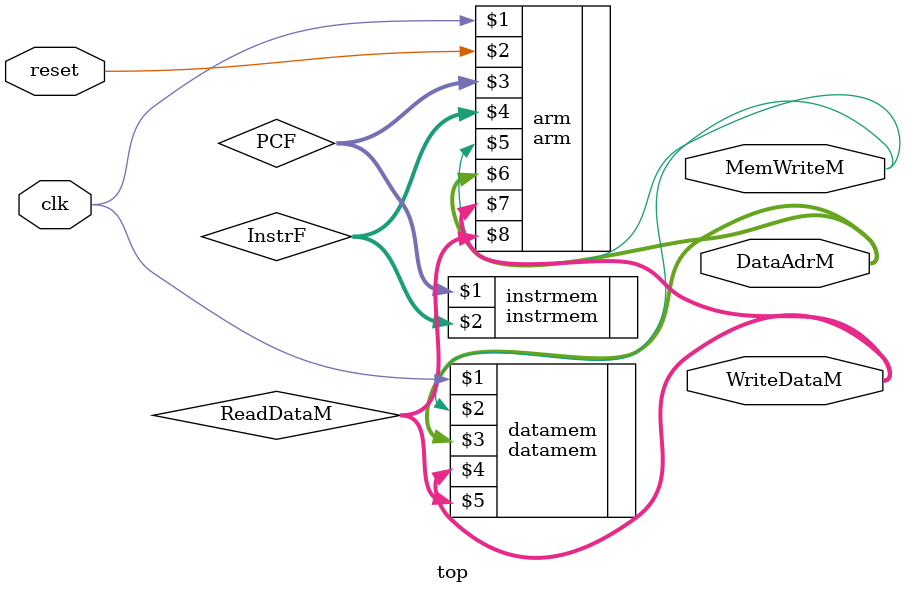
<source format=sv>
module top(input logic clk, reset,
output logic [31:0] WriteDataM, DataAdrM,
output logic MemWriteM);

logic [31:0] PCF, InstrF, ReadDataM;
arm arm(clk, reset, PCF, InstrF, MemWriteM, DataAdrM,
WriteDataM, ReadDataM);
instrmem instrmem(PCF, InstrF);
datamem datamem(clk, MemWriteM, DataAdrM, WriteDataM, ReadDataM);
endmodule

</source>
